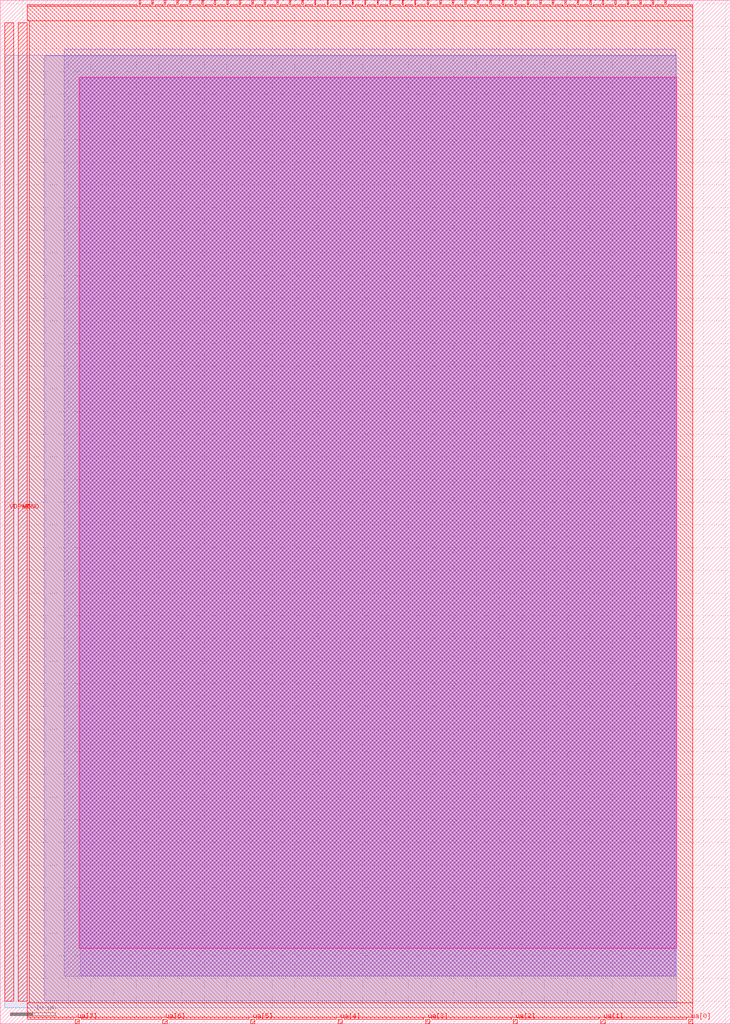
<source format=lef>
MACRO tt_um_mattvenn_relax_osc
  CLASS BLOCK ;
  FOREIGN tt_um_mattvenn_relax_osc ;
  ORIGIN 0.000 0.000 ;
  SIZE 161.000 BY 225.760 ;
  PIN clk
    DIRECTION INPUT ;
    USE SIGNAL ;
    PORT
      LAYER met4 ;
        RECT 143.830 224.760 144.130 225.760 ;
    END
  END clk
  PIN ena
    DIRECTION INPUT ;
    USE SIGNAL ;
    PORT
      LAYER met4 ;
        RECT 146.590 224.760 146.890 225.760 ;
    END
  END ena
  PIN rst_n
    DIRECTION INPUT ;
    USE SIGNAL ;
    PORT
      LAYER met4 ;
        RECT 141.070 224.760 141.370 225.760 ;
    END
  END rst_n
  PIN ua[0]
    DIRECTION INOUT ;
    USE SIGNAL ;
    ANTENNAGATEAREA 12.000000 ;
    ANTENNADIFFAREA 6.960000 ;
    PORT
      LAYER met4 ;
        RECT 151.810 0.000 152.710 1.000 ;
    END
  END ua[0]
  PIN ua[1]
    DIRECTION INOUT ;
    USE SIGNAL ;
    PORT
      LAYER met4 ;
        RECT 132.490 0.000 133.390 1.000 ;
    END
  END ua[1]
  PIN ua[2]
    DIRECTION INOUT ;
    USE SIGNAL ;
    PORT
      LAYER met4 ;
        RECT 113.170 0.000 114.070 1.000 ;
    END
  END ua[2]
  PIN ua[3]
    DIRECTION INOUT ;
    USE SIGNAL ;
    PORT
      LAYER met4 ;
        RECT 93.850 0.000 94.750 1.000 ;
    END
  END ua[3]
  PIN ua[4]
    DIRECTION INOUT ;
    USE SIGNAL ;
    PORT
      LAYER met4 ;
        RECT 74.530 0.000 75.430 1.000 ;
    END
  END ua[4]
  PIN ua[5]
    DIRECTION INOUT ;
    USE SIGNAL ;
    PORT
      LAYER met4 ;
        RECT 55.210 0.000 56.110 1.000 ;
    END
  END ua[5]
  PIN ua[6]
    DIRECTION INOUT ;
    USE SIGNAL ;
    PORT
      LAYER met4 ;
        RECT 35.890 0.000 36.790 1.000 ;
    END
  END ua[6]
  PIN ua[7]
    DIRECTION INOUT ;
    USE SIGNAL ;
    PORT
      LAYER met4 ;
        RECT 16.570 0.000 17.470 1.000 ;
    END
  END ua[7]
  PIN ui_in[0]
    DIRECTION INPUT ;
    USE SIGNAL ;
    PORT
      LAYER met4 ;
        RECT 138.310 224.760 138.610 225.760 ;
    END
  END ui_in[0]
  PIN ui_in[1]
    DIRECTION INPUT ;
    USE SIGNAL ;
    PORT
      LAYER met4 ;
        RECT 135.550 224.760 135.850 225.760 ;
    END
  END ui_in[1]
  PIN ui_in[2]
    DIRECTION INPUT ;
    USE SIGNAL ;
    PORT
      LAYER met4 ;
        RECT 132.790 224.760 133.090 225.760 ;
    END
  END ui_in[2]
  PIN ui_in[3]
    DIRECTION INPUT ;
    USE SIGNAL ;
    PORT
      LAYER met4 ;
        RECT 130.030 224.760 130.330 225.760 ;
    END
  END ui_in[3]
  PIN ui_in[4]
    DIRECTION INPUT ;
    USE SIGNAL ;
    PORT
      LAYER met4 ;
        RECT 127.270 224.760 127.570 225.760 ;
    END
  END ui_in[4]
  PIN ui_in[5]
    DIRECTION INPUT ;
    USE SIGNAL ;
    PORT
      LAYER met4 ;
        RECT 124.510 224.760 124.810 225.760 ;
    END
  END ui_in[5]
  PIN ui_in[6]
    DIRECTION INPUT ;
    USE SIGNAL ;
    PORT
      LAYER met4 ;
        RECT 121.750 224.760 122.050 225.760 ;
    END
  END ui_in[6]
  PIN ui_in[7]
    DIRECTION INPUT ;
    USE SIGNAL ;
    PORT
      LAYER met4 ;
        RECT 118.990 224.760 119.290 225.760 ;
    END
  END ui_in[7]
  PIN uio_in[0]
    DIRECTION INPUT ;
    USE SIGNAL ;
    PORT
      LAYER met4 ;
        RECT 116.230 224.760 116.530 225.760 ;
    END
  END uio_in[0]
  PIN uio_in[1]
    DIRECTION INPUT ;
    USE SIGNAL ;
    PORT
      LAYER met4 ;
        RECT 113.470 224.760 113.770 225.760 ;
    END
  END uio_in[1]
  PIN uio_in[2]
    DIRECTION INPUT ;
    USE SIGNAL ;
    PORT
      LAYER met4 ;
        RECT 110.710 224.760 111.010 225.760 ;
    END
  END uio_in[2]
  PIN uio_in[3]
    DIRECTION INPUT ;
    USE SIGNAL ;
    PORT
      LAYER met4 ;
        RECT 107.950 224.760 108.250 225.760 ;
    END
  END uio_in[3]
  PIN uio_in[4]
    DIRECTION INPUT ;
    USE SIGNAL ;
    PORT
      LAYER met4 ;
        RECT 105.190 224.760 105.490 225.760 ;
    END
  END uio_in[4]
  PIN uio_in[5]
    DIRECTION INPUT ;
    USE SIGNAL ;
    PORT
      LAYER met4 ;
        RECT 102.430 224.760 102.730 225.760 ;
    END
  END uio_in[5]
  PIN uio_in[6]
    DIRECTION INPUT ;
    USE SIGNAL ;
    PORT
      LAYER met4 ;
        RECT 99.670 224.760 99.970 225.760 ;
    END
  END uio_in[6]
  PIN uio_in[7]
    DIRECTION INPUT ;
    USE SIGNAL ;
    PORT
      LAYER met4 ;
        RECT 96.910 224.760 97.210 225.760 ;
    END
  END uio_in[7]
  PIN uio_oe[0]
    DIRECTION OUTPUT ;
    USE SIGNAL ;
    ANTENNADIFFAREA 66.742645 ;
    PORT
      LAYER met4 ;
        RECT 49.990 224.760 50.290 225.760 ;
    END
  END uio_oe[0]
  PIN uio_oe[1]
    DIRECTION OUTPUT ;
    USE SIGNAL ;
    ANTENNADIFFAREA 66.742645 ;
    PORT
      LAYER met4 ;
        RECT 47.230 224.760 47.530 225.760 ;
    END
  END uio_oe[1]
  PIN uio_oe[2]
    DIRECTION OUTPUT ;
    USE SIGNAL ;
    ANTENNADIFFAREA 66.742645 ;
    PORT
      LAYER met4 ;
        RECT 44.470 224.760 44.770 225.760 ;
    END
  END uio_oe[2]
  PIN uio_oe[3]
    DIRECTION OUTPUT ;
    USE SIGNAL ;
    ANTENNADIFFAREA 66.742645 ;
    PORT
      LAYER met4 ;
        RECT 41.710 224.760 42.010 225.760 ;
    END
  END uio_oe[3]
  PIN uio_oe[4]
    DIRECTION OUTPUT ;
    USE SIGNAL ;
    ANTENNADIFFAREA 66.742645 ;
    PORT
      LAYER met4 ;
        RECT 38.950 224.760 39.250 225.760 ;
    END
  END uio_oe[4]
  PIN uio_oe[5]
    DIRECTION OUTPUT ;
    USE SIGNAL ;
    ANTENNADIFFAREA 66.742645 ;
    PORT
      LAYER met4 ;
        RECT 36.190 224.760 36.490 225.760 ;
    END
  END uio_oe[5]
  PIN uio_oe[6]
    DIRECTION OUTPUT ;
    USE SIGNAL ;
    ANTENNADIFFAREA 66.742645 ;
    PORT
      LAYER met4 ;
        RECT 33.430 224.760 33.730 225.760 ;
    END
  END uio_oe[6]
  PIN uio_oe[7]
    DIRECTION OUTPUT ;
    USE SIGNAL ;
    ANTENNADIFFAREA 66.742645 ;
    PORT
      LAYER met4 ;
        RECT 30.670 224.760 30.970 225.760 ;
    END
  END uio_oe[7]
  PIN uio_out[0]
    DIRECTION OUTPUT ;
    USE SIGNAL ;
    ANTENNADIFFAREA 66.742645 ;
    PORT
      LAYER met4 ;
        RECT 72.070 224.760 72.370 225.760 ;
    END
  END uio_out[0]
  PIN uio_out[1]
    DIRECTION OUTPUT ;
    USE SIGNAL ;
    ANTENNADIFFAREA 66.742645 ;
    PORT
      LAYER met4 ;
        RECT 69.310 224.760 69.610 225.760 ;
    END
  END uio_out[1]
  PIN uio_out[2]
    DIRECTION OUTPUT ;
    USE SIGNAL ;
    ANTENNADIFFAREA 66.742645 ;
    PORT
      LAYER met4 ;
        RECT 66.550 224.760 66.850 225.760 ;
    END
  END uio_out[2]
  PIN uio_out[3]
    DIRECTION OUTPUT ;
    USE SIGNAL ;
    ANTENNADIFFAREA 66.742645 ;
    PORT
      LAYER met4 ;
        RECT 63.790 224.760 64.090 225.760 ;
    END
  END uio_out[3]
  PIN uio_out[4]
    DIRECTION OUTPUT ;
    USE SIGNAL ;
    ANTENNADIFFAREA 66.742645 ;
    PORT
      LAYER met4 ;
        RECT 61.030 224.760 61.330 225.760 ;
    END
  END uio_out[4]
  PIN uio_out[5]
    DIRECTION OUTPUT ;
    USE SIGNAL ;
    ANTENNADIFFAREA 66.742645 ;
    PORT
      LAYER met4 ;
        RECT 58.270 224.760 58.570 225.760 ;
    END
  END uio_out[5]
  PIN uio_out[6]
    DIRECTION OUTPUT ;
    USE SIGNAL ;
    ANTENNADIFFAREA 66.742645 ;
    PORT
      LAYER met4 ;
        RECT 55.510 224.760 55.810 225.760 ;
    END
  END uio_out[6]
  PIN uio_out[7]
    DIRECTION OUTPUT ;
    USE SIGNAL ;
    ANTENNADIFFAREA 66.742645 ;
    PORT
      LAYER met4 ;
        RECT 52.750 224.760 53.050 225.760 ;
    END
  END uio_out[7]
  PIN uo_out[0]
    DIRECTION OUTPUT ;
    USE SIGNAL ;
    ANTENNADIFFAREA 2.090400 ;
    PORT
      LAYER met4 ;
        RECT 94.150 224.760 94.450 225.760 ;
    END
  END uo_out[0]
  PIN uo_out[1]
    DIRECTION OUTPUT ;
    USE SIGNAL ;
    ANTENNADIFFAREA 66.742645 ;
    PORT
      LAYER met4 ;
        RECT 91.390 224.760 91.690 225.760 ;
    END
  END uo_out[1]
  PIN uo_out[2]
    DIRECTION OUTPUT ;
    USE SIGNAL ;
    ANTENNADIFFAREA 66.742645 ;
    PORT
      LAYER met4 ;
        RECT 88.630 224.760 88.930 225.760 ;
    END
  END uo_out[2]
  PIN uo_out[3]
    DIRECTION OUTPUT ;
    USE SIGNAL ;
    ANTENNADIFFAREA 66.742645 ;
    PORT
      LAYER met4 ;
        RECT 85.870 224.760 86.170 225.760 ;
    END
  END uo_out[3]
  PIN uo_out[4]
    DIRECTION OUTPUT ;
    USE SIGNAL ;
    ANTENNADIFFAREA 66.742645 ;
    PORT
      LAYER met4 ;
        RECT 83.110 224.760 83.410 225.760 ;
    END
  END uo_out[4]
  PIN uo_out[5]
    DIRECTION OUTPUT ;
    USE SIGNAL ;
    ANTENNADIFFAREA 66.742645 ;
    PORT
      LAYER met4 ;
        RECT 80.350 224.760 80.650 225.760 ;
    END
  END uo_out[5]
  PIN uo_out[6]
    DIRECTION OUTPUT ;
    USE SIGNAL ;
    ANTENNADIFFAREA 66.742645 ;
    PORT
      LAYER met4 ;
        RECT 77.590 224.760 77.890 225.760 ;
    END
  END uo_out[6]
  PIN uo_out[7]
    DIRECTION OUTPUT ;
    USE SIGNAL ;
    ANTENNADIFFAREA 66.742645 ;
    PORT
      LAYER met4 ;
        RECT 74.830 224.760 75.130 225.760 ;
    END
  END uo_out[7]
  PIN VDPWR
    DIRECTION INOUT ;
    USE POWER ;
    PORT
      LAYER met4 ;
        RECT 1.000 5.000 3.000 220.760 ;
    END
  END VDPWR
  PIN VGND
    DIRECTION INOUT ;
    USE GROUND ;
    PORT
      LAYER met4 ;
        RECT 4.000 5.000 6.000 220.760 ;
    END
  END VGND
  OBS
      LAYER nwell ;
        RECT 17.460 16.690 149.170 208.760 ;
      LAYER li1 ;
        RECT 17.640 10.590 148.770 208.580 ;
      LAYER met1 ;
        RECT 14.100 10.470 148.940 214.940 ;
      LAYER met2 ;
        RECT 9.720 5.110 149.170 213.530 ;
      LAYER met3 ;
        RECT 0.950 3.550 149.170 213.560 ;
      LAYER met4 ;
        RECT 6.000 224.360 30.270 224.760 ;
        RECT 31.370 224.360 33.030 224.760 ;
        RECT 34.130 224.360 35.790 224.760 ;
        RECT 36.890 224.360 38.550 224.760 ;
        RECT 39.650 224.360 41.310 224.760 ;
        RECT 42.410 224.360 44.070 224.760 ;
        RECT 45.170 224.360 46.830 224.760 ;
        RECT 47.930 224.360 49.590 224.760 ;
        RECT 50.690 224.360 52.350 224.760 ;
        RECT 53.450 224.360 55.110 224.760 ;
        RECT 56.210 224.360 57.870 224.760 ;
        RECT 58.970 224.360 60.630 224.760 ;
        RECT 61.730 224.360 63.390 224.760 ;
        RECT 64.490 224.360 66.150 224.760 ;
        RECT 67.250 224.360 68.910 224.760 ;
        RECT 70.010 224.360 71.670 224.760 ;
        RECT 72.770 224.360 74.430 224.760 ;
        RECT 75.530 224.360 77.190 224.760 ;
        RECT 78.290 224.360 79.950 224.760 ;
        RECT 81.050 224.360 82.710 224.760 ;
        RECT 83.810 224.360 85.470 224.760 ;
        RECT 86.570 224.360 88.230 224.760 ;
        RECT 89.330 224.360 90.990 224.760 ;
        RECT 92.090 224.360 93.750 224.760 ;
        RECT 94.850 224.360 96.510 224.760 ;
        RECT 97.610 224.360 99.270 224.760 ;
        RECT 100.370 224.360 102.030 224.760 ;
        RECT 103.130 224.360 104.790 224.760 ;
        RECT 105.890 224.360 107.550 224.760 ;
        RECT 108.650 224.360 110.310 224.760 ;
        RECT 111.410 224.360 113.070 224.760 ;
        RECT 114.170 224.360 115.830 224.760 ;
        RECT 116.930 224.360 118.590 224.760 ;
        RECT 119.690 224.360 121.350 224.760 ;
        RECT 122.450 224.360 124.110 224.760 ;
        RECT 125.210 224.360 126.870 224.760 ;
        RECT 127.970 224.360 129.630 224.760 ;
        RECT 130.730 224.360 132.390 224.760 ;
        RECT 133.490 224.360 135.150 224.760 ;
        RECT 136.250 224.360 137.910 224.760 ;
        RECT 139.010 224.360 140.670 224.760 ;
        RECT 141.770 224.360 143.430 224.760 ;
        RECT 144.530 224.360 146.190 224.760 ;
        RECT 147.290 224.360 152.710 224.760 ;
        RECT 6.000 221.160 152.710 224.360 ;
        RECT 6.400 4.600 152.710 221.160 ;
        RECT 6.000 1.400 152.710 4.600 ;
        RECT 6.000 1.000 16.170 1.400 ;
        RECT 17.870 1.000 35.490 1.400 ;
        RECT 37.190 1.000 54.810 1.400 ;
        RECT 56.510 1.000 74.130 1.400 ;
        RECT 75.830 1.000 93.450 1.400 ;
        RECT 95.150 1.000 112.770 1.400 ;
        RECT 114.470 1.000 132.090 1.400 ;
        RECT 133.790 1.000 151.410 1.400 ;
  END
END tt_um_mattvenn_relax_osc
END LIBRARY


</source>
